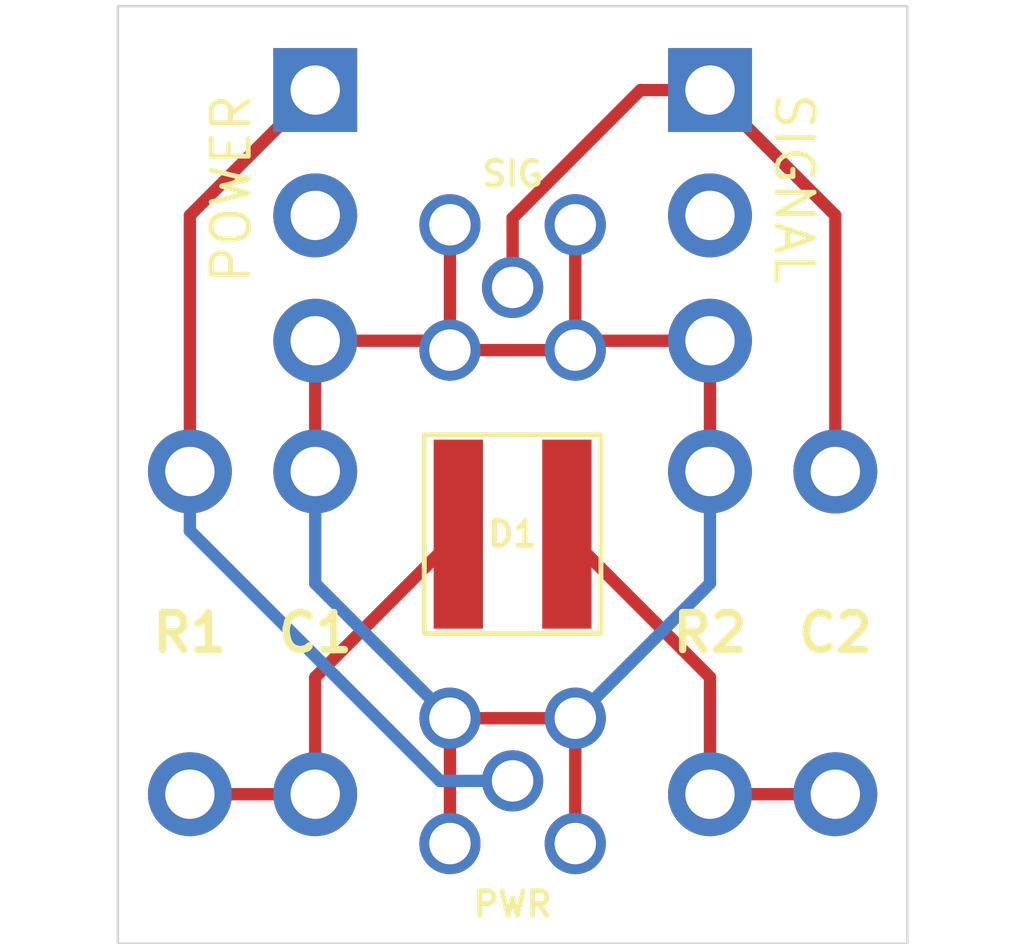
<source format=kicad_pcb>
(kicad_pcb (version 20240108) (generator "pcbnew") (generator_version "8.0")
  (layers (0 "F.Cu" signal) (31 "B.Cu" signal) (34 "B.Paste" user) (35 "F.Paste" user) (36 "B.SilkS" user "B.Silkscreen") (37 "F.SilkS" user "F.Silkscreen") (38 "B.Mask" user) (39 "F.Mask" user) (44 "Edge.Cuts" user))
  (net 0 "")
  (net 1 "GND")
  (net 2 "Net-(C1-+)")
  (net 3 "Net-(C2-+)")
  (net 4 "SIG")
  (net 5 "HV+")
  (footprint "Connector_Coaxial:MMCX_Molex_73415-1471_Vertical" (layer "F.Cu") (at 150 105)
    (property "Reference" "J-PWR-2" (hide yes))
    (property "Value" "Conn_01x02_Pin" (hide yes))
    (pad "1" thru_hole circle (at 0 0) (size 1.24 1.24) (drill 0.84) (layers "*.Cu" "*.Mask" "In1.Cu" "In2.Cu" "In3.Cu" "In4.Cu" "In5.Cu" "In6.Cu" "In7.Cu" "In8.Cu" "In9.Cu" "In10.Cu" "In11.Cu" "In12.Cu" "In13.Cu" "In14.Cu" "In15.Cu" "In16.Cu" "In17.Cu" "In18.Cu" "In19.Cu" "In20.Cu" "In21.Cu" "In22.Cu" "In23.Cu" "In24.Cu" "In25.Cu" "In26.Cu" "In27.Cu" "In28.Cu" "In29.Cu" "In30.Cu") (net 5 "HV+"))
    (pad "2" thru_hole circle (at -1.27 -1.27) (size 1.24 1.24) (drill 0.84) (layers "*.Cu" "*.Mask" "In1.Cu" "In2.Cu" "In3.Cu" "In4.Cu" "In5.Cu" "In6.Cu" "In7.Cu" "In8.Cu" "In9.Cu" "In10.Cu" "In11.Cu" "In12.Cu" "In13.Cu" "In14.Cu" "In15.Cu" "In16.Cu" "In17.Cu" "In18.Cu" "In19.Cu" "In20.Cu" "In21.Cu" "In22.Cu" "In23.Cu" "In24.Cu" "In25.Cu" "In26.Cu" "In27.Cu" "In28.Cu" "In29.Cu" "In30.Cu") (net 1 "GND"))
    (pad "2" thru_hole circle (at -1.27 1.27) (size 1.24 1.24) (drill 0.84) (layers "*.Cu" "*.Mask" "In1.Cu" "In2.Cu" "In3.Cu" "In4.Cu" "In5.Cu" "In6.Cu" "In7.Cu" "In8.Cu" "In9.Cu" "In10.Cu" "In11.Cu" "In12.Cu" "In13.Cu" "In14.Cu" "In15.Cu" "In16.Cu" "In17.Cu" "In18.Cu" "In19.Cu" "In20.Cu" "In21.Cu" "In22.Cu" "In23.Cu" "In24.Cu" "In25.Cu" "In26.Cu" "In27.Cu" "In28.Cu" "In29.Cu" "In30.Cu") (net 1 "GND"))
    (pad "2" thru_hole circle (at 1.27 -1.27) (size 1.24 1.24) (drill 0.84) (layers "*.Cu" "*.Mask" "In1.Cu" "In2.Cu" "In3.Cu" "In4.Cu" "In5.Cu" "In6.Cu" "In7.Cu" "In8.Cu" "In9.Cu" "In10.Cu" "In11.Cu" "In12.Cu" "In13.Cu" "In14.Cu" "In15.Cu" "In16.Cu" "In17.Cu" "In18.Cu" "In19.Cu" "In20.Cu" "In21.Cu" "In22.Cu" "In23.Cu" "In24.Cu" "In25.Cu" "In26.Cu" "In27.Cu" "In28.Cu" "In29.Cu" "In30.Cu") (net 1 "GND"))
    (pad "2" thru_hole circle (at 1.27 1.27) (size 1.24 1.24) (drill 0.84) (layers "*.Cu" "*.Mask" "In1.Cu" "In2.Cu" "In3.Cu" "In4.Cu" "In5.Cu" "In6.Cu" "In7.Cu" "In8.Cu" "In9.Cu" "In10.Cu" "In11.Cu" "In12.Cu" "In13.Cu" "In14.Cu" "In15.Cu" "In16.Cu" "In17.Cu" "In18.Cu" "In19.Cu" "In20.Cu" "In21.Cu" "In22.Cu" "In23.Cu" "In24.Cu" "In25.Cu" "In26.Cu" "In27.Cu" "In28.Cu" "In29.Cu" "In30.Cu") (net 1 "GND"))
  )
  (footprint "Connector_PinHeader_2.54mm:PinHeader_1x03_P2.54mm_Vertical" (layer "F.Cu") (at 154 91)
    (property "Reference" "J-SIG1" (hide yes))
    (property "Value" "Conn_01x03_Pin" (hide yes))
    (pad "1" thru_hole rect (at 0 0) (size 1.7 1.7) (drill 1) (layers "*.Cu" "*.Mask" "In1.Cu" "In2.Cu" "In3.Cu" "In4.Cu" "In5.Cu" "In6.Cu" "In7.Cu" "In8.Cu" "In9.Cu" "In10.Cu" "In11.Cu" "In12.Cu" "In13.Cu" "In14.Cu" "In15.Cu" "In16.Cu" "In17.Cu" "In18.Cu" "In19.Cu" "In20.Cu" "In21.Cu" "In22.Cu" "In23.Cu" "In24.Cu" "In25.Cu" "In26.Cu" "In27.Cu" "In28.Cu" "In29.Cu" "In30.Cu") (net 4 "SIG"))
    (pad "2" thru_hole oval (at 0 2.54) (size 1.7 1.7) (drill 1) (layers "*.Cu" "*.Mask" "In1.Cu" "In2.Cu" "In3.Cu" "In4.Cu" "In5.Cu" "In6.Cu" "In7.Cu" "In8.Cu" "In9.Cu" "In10.Cu" "In11.Cu" "In12.Cu" "In13.Cu" "In14.Cu" "In15.Cu" "In16.Cu" "In17.Cu" "In18.Cu" "In19.Cu" "In20.Cu" "In21.Cu" "In22.Cu" "In23.Cu" "In24.Cu" "In25.Cu" "In26.Cu" "In27.Cu" "In28.Cu" "In29.Cu" "In30.Cu"))
    (pad "3" thru_hole oval (at 0 5.08) (size 1.7 1.7) (drill 1) (layers "*.Cu" "*.Mask" "In1.Cu" "In2.Cu" "In3.Cu" "In4.Cu" "In5.Cu" "In6.Cu" "In7.Cu" "In8.Cu" "In9.Cu" "In10.Cu" "In11.Cu" "In12.Cu" "In13.Cu" "In14.Cu" "In15.Cu" "In16.Cu" "In17.Cu" "In18.Cu" "In19.Cu" "In20.Cu" "In21.Cu" "In22.Cu" "In23.Cu" "In24.Cu" "In25.Cu" "In26.Cu" "In27.Cu" "In28.Cu" "In29.Cu" "In30.Cu") (net 1 "GND"))
  )
  (footprint "SiPM-FBK:ASD-RGB3S-P-40" (layer "F.Cu") (at 150 100)
    (property "Reference" "D1" (at 0 0 0) (layer "F.SilkS") (effects (font (size 0.5 0.5) (thickness 0.1))))
    (property "Value" "~")
    (fp_rect (start -1.79 -2.015) (end 1.79 2.015) (stroke (width 0.1)) (fill none) (layer "F.SilkS"))
    (pad "1" smd rect (at -1.1 0) (size 1 3.83) (layers "F.Cu" "F.Paste" "F.Mask") (net 2 "Net-(C1-+)"))
    (pad "2" smd rect (at 1.1 0) (size 1 3.83) (layers "F.Cu" "F.Paste" "F.Mask") (net 3 "Net-(C2-+)"))
  )
  (footprint "Custom_ThroughHole:PinHeader_1x04_P2.54mm_Vertical_Spaced_Mini" (layer "F.Cu") (at 146 102 180)
    (property "Reference" "C1" (at 0 0 0) (layer "F.SilkS") (effects (font (size 0.75 0.75))))
    (property "Value" "C")
    (pad "1" thru_hole oval (at 0 -3.27 180) (size 1.7 1.7) (drill 1) (layers "*.Cu" "*.Mask" "In1.Cu" "In2.Cu" "In3.Cu" "In4.Cu" "In5.Cu" "In6.Cu" "In7.Cu" "In8.Cu" "In9.Cu" "In10.Cu" "In11.Cu" "In12.Cu" "In13.Cu" "In14.Cu" "In15.Cu" "In16.Cu" "In17.Cu" "In18.Cu" "In19.Cu" "In20.Cu" "In21.Cu" "In22.Cu" "In23.Cu" "In24.Cu" "In25.Cu" "In26.Cu" "In27.Cu" "In28.Cu" "In29.Cu" "In30.Cu") (net 2 "Net-(C1-+)"))
    (pad "2" thru_hole oval (at 0 3.27 180) (size 1.7 1.7) (drill 1) (layers "*.Cu" "*.Mask" "In1.Cu" "In2.Cu" "In3.Cu" "In4.Cu" "In5.Cu" "In6.Cu" "In7.Cu" "In8.Cu" "In9.Cu" "In10.Cu" "In11.Cu" "In12.Cu" "In13.Cu" "In14.Cu" "In15.Cu" "In16.Cu" "In17.Cu" "In18.Cu" "In19.Cu" "In20.Cu" "In21.Cu" "In22.Cu" "In23.Cu" "In24.Cu" "In25.Cu" "In26.Cu" "In27.Cu" "In28.Cu" "In29.Cu" "In30.Cu") (net 1 "GND"))
  )
  (footprint "Custom_ThroughHole:PinHeader_1x04_P2.54mm_Vertical_Spaced_Mini" (layer "F.Cu") (at 143.46 102)
    (property "Reference" "R1" (at 0 0 180) (layer "F.SilkS") (effects (font (size 0.75 0.75))))
    (property "Value" "R")
    (pad "1" thru_hole oval (at 0 -3.27) (size 1.7 1.7) (drill 1) (layers "*.Cu" "*.Mask" "In1.Cu" "In2.Cu" "In3.Cu" "In4.Cu" "In5.Cu" "In6.Cu" "In7.Cu" "In8.Cu" "In9.Cu" "In10.Cu" "In11.Cu" "In12.Cu" "In13.Cu" "In14.Cu" "In15.Cu" "In16.Cu" "In17.Cu" "In18.Cu" "In19.Cu" "In20.Cu" "In21.Cu" "In22.Cu" "In23.Cu" "In24.Cu" "In25.Cu" "In26.Cu" "In27.Cu" "In28.Cu" "In29.Cu" "In30.Cu") (net 5 "HV+"))
    (pad "2" thru_hole oval (at 0 3.27) (size 1.7 1.7) (drill 1) (layers "*.Cu" "*.Mask" "In1.Cu" "In2.Cu" "In3.Cu" "In4.Cu" "In5.Cu" "In6.Cu" "In7.Cu" "In8.Cu" "In9.Cu" "In10.Cu" "In11.Cu" "In12.Cu" "In13.Cu" "In14.Cu" "In15.Cu" "In16.Cu" "In17.Cu" "In18.Cu" "In19.Cu" "In20.Cu" "In21.Cu" "In22.Cu" "In23.Cu" "In24.Cu" "In25.Cu" "In26.Cu" "In27.Cu" "In28.Cu" "In29.Cu" "In30.Cu") (net 2 "Net-(C1-+)"))
  )
  (footprint "Connector_PinHeader_2.54mm:PinHeader_1x03_P2.54mm_Vertical" (layer "F.Cu") (at 146 91)
    (property "Reference" "J-PWR1" (hide yes))
    (property "Value" "Conn_01x03_Pin" (hide yes))
    (pad "1" thru_hole rect (at 0 0) (size 1.7 1.7) (drill 1) (layers "*.Cu" "*.Mask" "In1.Cu" "In2.Cu" "In3.Cu" "In4.Cu" "In5.Cu" "In6.Cu" "In7.Cu" "In8.Cu" "In9.Cu" "In10.Cu" "In11.Cu" "In12.Cu" "In13.Cu" "In14.Cu" "In15.Cu" "In16.Cu" "In17.Cu" "In18.Cu" "In19.Cu" "In20.Cu" "In21.Cu" "In22.Cu" "In23.Cu" "In24.Cu" "In25.Cu" "In26.Cu" "In27.Cu" "In28.Cu" "In29.Cu" "In30.Cu") (net 5 "HV+"))
    (pad "2" thru_hole oval (at 0 2.54) (size 1.7 1.7) (drill 1) (layers "*.Cu" "*.Mask" "In1.Cu" "In2.Cu" "In3.Cu" "In4.Cu" "In5.Cu" "In6.Cu" "In7.Cu" "In8.Cu" "In9.Cu" "In10.Cu" "In11.Cu" "In12.Cu" "In13.Cu" "In14.Cu" "In15.Cu" "In16.Cu" "In17.Cu" "In18.Cu" "In19.Cu" "In20.Cu" "In21.Cu" "In22.Cu" "In23.Cu" "In24.Cu" "In25.Cu" "In26.Cu" "In27.Cu" "In28.Cu" "In29.Cu" "In30.Cu"))
    (pad "3" thru_hole oval (at 0 5.08) (size 1.7 1.7) (drill 1) (layers "*.Cu" "*.Mask" "In1.Cu" "In2.Cu" "In3.Cu" "In4.Cu" "In5.Cu" "In6.Cu" "In7.Cu" "In8.Cu" "In9.Cu" "In10.Cu" "In11.Cu" "In12.Cu" "In13.Cu" "In14.Cu" "In15.Cu" "In16.Cu" "In17.Cu" "In18.Cu" "In19.Cu" "In20.Cu" "In21.Cu" "In22.Cu" "In23.Cu" "In24.Cu" "In25.Cu" "In26.Cu" "In27.Cu" "In28.Cu" "In29.Cu" "In30.Cu") (net 1 "GND"))
  )
  (footprint "Custom_ThroughHole:PinHeader_1x04_P2.54mm_Vertical_Spaced_Mini" (layer "F.Cu") (at 154 102 180)
    (property "Reference" "R2" (at 0 0 180) (layer "F.SilkS") (effects (font (size 0.75 0.75))))
    (property "Value" "R")
    (pad "1" thru_hole oval (at 0 -3.27 180) (size 1.7 1.7) (drill 1) (layers "*.Cu" "*.Mask" "In1.Cu" "In2.Cu" "In3.Cu" "In4.Cu" "In5.Cu" "In6.Cu" "In7.Cu" "In8.Cu" "In9.Cu" "In10.Cu" "In11.Cu" "In12.Cu" "In13.Cu" "In14.Cu" "In15.Cu" "In16.Cu" "In17.Cu" "In18.Cu" "In19.Cu" "In20.Cu" "In21.Cu" "In22.Cu" "In23.Cu" "In24.Cu" "In25.Cu" "In26.Cu" "In27.Cu" "In28.Cu" "In29.Cu" "In30.Cu") (net 3 "Net-(C2-+)"))
    (pad "2" thru_hole oval (at 0 3.27 180) (size 1.7 1.7) (drill 1) (layers "*.Cu" "*.Mask" "In1.Cu" "In2.Cu" "In3.Cu" "In4.Cu" "In5.Cu" "In6.Cu" "In7.Cu" "In8.Cu" "In9.Cu" "In10.Cu" "In11.Cu" "In12.Cu" "In13.Cu" "In14.Cu" "In15.Cu" "In16.Cu" "In17.Cu" "In18.Cu" "In19.Cu" "In20.Cu" "In21.Cu" "In22.Cu" "In23.Cu" "In24.Cu" "In25.Cu" "In26.Cu" "In27.Cu" "In28.Cu" "In29.Cu" "In30.Cu") (net 1 "GND"))
  )
  (footprint "Connector_Coaxial:MMCX_Molex_73415-1471_Vertical" (layer "F.Cu") (at 150 95)
    (property "Reference" "J-SIG-2" (hide yes))
    (property "Value" "Conn_01x02_Pin" (hide yes))
    (pad "1" thru_hole circle (at 0 0) (size 1.24 1.24) (drill 0.84) (layers "*.Cu" "*.Mask" "In1.Cu" "In2.Cu" "In3.Cu" "In4.Cu" "In5.Cu" "In6.Cu" "In7.Cu" "In8.Cu" "In9.Cu" "In10.Cu" "In11.Cu" "In12.Cu" "In13.Cu" "In14.Cu" "In15.Cu" "In16.Cu" "In17.Cu" "In18.Cu" "In19.Cu" "In20.Cu" "In21.Cu" "In22.Cu" "In23.Cu" "In24.Cu" "In25.Cu" "In26.Cu" "In27.Cu" "In28.Cu" "In29.Cu" "In30.Cu") (net 4 "SIG"))
    (pad "2" thru_hole circle (at -1.27 -1.27) (size 1.24 1.24) (drill 0.84) (layers "*.Cu" "*.Mask" "In1.Cu" "In2.Cu" "In3.Cu" "In4.Cu" "In5.Cu" "In6.Cu" "In7.Cu" "In8.Cu" "In9.Cu" "In10.Cu" "In11.Cu" "In12.Cu" "In13.Cu" "In14.Cu" "In15.Cu" "In16.Cu" "In17.Cu" "In18.Cu" "In19.Cu" "In20.Cu" "In21.Cu" "In22.Cu" "In23.Cu" "In24.Cu" "In25.Cu" "In26.Cu" "In27.Cu" "In28.Cu" "In29.Cu" "In30.Cu") (net 1 "GND"))
    (pad "2" thru_hole circle (at -1.27 1.27) (size 1.24 1.24) (drill 0.84) (layers "*.Cu" "*.Mask" "In1.Cu" "In2.Cu" "In3.Cu" "In4.Cu" "In5.Cu" "In6.Cu" "In7.Cu" "In8.Cu" "In9.Cu" "In10.Cu" "In11.Cu" "In12.Cu" "In13.Cu" "In14.Cu" "In15.Cu" "In16.Cu" "In17.Cu" "In18.Cu" "In19.Cu" "In20.Cu" "In21.Cu" "In22.Cu" "In23.Cu" "In24.Cu" "In25.Cu" "In26.Cu" "In27.Cu" "In28.Cu" "In29.Cu" "In30.Cu") (net 1 "GND"))
    (pad "2" thru_hole circle (at 1.27 -1.27) (size 1.24 1.24) (drill 0.84) (layers "*.Cu" "*.Mask" "In1.Cu" "In2.Cu" "In3.Cu" "In4.Cu" "In5.Cu" "In6.Cu" "In7.Cu" "In8.Cu" "In9.Cu" "In10.Cu" "In11.Cu" "In12.Cu" "In13.Cu" "In14.Cu" "In15.Cu" "In16.Cu" "In17.Cu" "In18.Cu" "In19.Cu" "In20.Cu" "In21.Cu" "In22.Cu" "In23.Cu" "In24.Cu" "In25.Cu" "In26.Cu" "In27.Cu" "In28.Cu" "In29.Cu" "In30.Cu") (net 1 "GND"))
    (pad "2" thru_hole circle (at 1.27 1.27) (size 1.24 1.24) (drill 0.84) (layers "*.Cu" "*.Mask" "In1.Cu" "In2.Cu" "In3.Cu" "In4.Cu" "In5.Cu" "In6.Cu" "In7.Cu" "In8.Cu" "In9.Cu" "In10.Cu" "In11.Cu" "In12.Cu" "In13.Cu" "In14.Cu" "In15.Cu" "In16.Cu" "In17.Cu" "In18.Cu" "In19.Cu" "In20.Cu" "In21.Cu" "In22.Cu" "In23.Cu" "In24.Cu" "In25.Cu" "In26.Cu" "In27.Cu" "In28.Cu" "In29.Cu" "In30.Cu") (net 1 "GND"))
  )
  (footprint "Custom_ThroughHole:PinHeader_1x04_P2.54mm_Vertical_Spaced_Mini" (layer "F.Cu") (at 156.54 102 180)
    (property "Reference" "C2" (at 0 0 0) (layer "F.SilkS") (effects (font (size 0.75 0.75))))
    (property "Value" "C")
    (pad "1" thru_hole oval (at 0 -3.27 180) (size 1.7 1.7) (drill 1) (layers "*.Cu" "*.Mask" "In1.Cu" "In2.Cu" "In3.Cu" "In4.Cu" "In5.Cu" "In6.Cu" "In7.Cu" "In8.Cu" "In9.Cu" "In10.Cu" "In11.Cu" "In12.Cu" "In13.Cu" "In14.Cu" "In15.Cu" "In16.Cu" "In17.Cu" "In18.Cu" "In19.Cu" "In20.Cu" "In21.Cu" "In22.Cu" "In23.Cu" "In24.Cu" "In25.Cu" "In26.Cu" "In27.Cu" "In28.Cu" "In29.Cu" "In30.Cu") (net 3 "Net-(C2-+)"))
    (pad "2" thru_hole oval (at 0 3.27 180) (size 1.7 1.7) (drill 1) (layers "*.Cu" "*.Mask" "In1.Cu" "In2.Cu" "In3.Cu" "In4.Cu" "In5.Cu" "In6.Cu" "In7.Cu" "In8.Cu" "In9.Cu" "In10.Cu" "In11.Cu" "In12.Cu" "In13.Cu" "In14.Cu" "In15.Cu" "In16.Cu" "In17.Cu" "In18.Cu" "In19.Cu" "In20.Cu" "In21.Cu" "In22.Cu" "In23.Cu" "In24.Cu" "In25.Cu" "In26.Cu" "In27.Cu" "In28.Cu" "In29.Cu" "In30.Cu") (net 4 "SIG"))
  )
  (gr_rect (start 142 89.3) (end 158 108.3) (stroke (width 0.05)) (fill none) (layer "Edge.Cuts"))
  (gr_text "POWER" (at 144.3 93 90) (layer "F.SilkS") (effects (font (size 0.75 0.75) (thickness 0.1))))
  (gr_text "SIGNAL" (at 155.7 93 -90) (layer "F.SilkS") (effects (font (size 0.75 0.75) (thickness 0.1))))
  (gr_text "SIG" (at 150 92.7 0) (layer "F.SilkS") (effects (font (size 0.5 0.5) (thickness 0.1))))
  (gr_text "PWR" (at 150 107.5 0) (layer "F.SilkS") (effects (font (size 0.5 0.5) (thickness 0.1))))
  (segment (start 146 98.73) (end 146 96.08) (width 0.25) (layer "F.Cu") (net 1))
  (segment (start 151.27 93.73) (end 151.27 96.27) (width 0.25) (layer "F.Cu") (net 1))
  (segment (start 148.73 103.73) (end 151.27 103.73) (width 0.25) (layer "F.Cu") (net 1))
  (segment (start 148.54 96.08) (end 148.73 96.27) (width 0.25) (layer "F.Cu") (net 1))
  (segment (start 154 96.08) (end 151.46 96.08) (width 0.25) (layer "F.Cu") (net 1))
  (segment (start 148.73 93.73) (end 148.73 96.27) (width 0.25) (layer "F.Cu") (net 1))
  (segment (start 154 98.73) (end 154 96.08) (width 0.25) (layer "F.Cu") (net 1))
  (segment (start 151.27 103.73) (end 151.27 106.27) (width 0.25) (layer "F.Cu") (net 1))
  (segment (start 148.73 96.27) (end 151.27 96.27) (width 0.25) (layer "F.Cu") (net 1))
  (segment (start 151.46 96.08) (end 151.27 96.27) (width 0.25) (layer "F.Cu") (net 1))
  (segment (start 148.73 103.73) (end 148.73 106.27) (width 0.25) (layer "F.Cu") (net 1))
  (segment (start 146 96.08) (end 148.54 96.08) (width 0.25) (layer "F.Cu") (net 1))
  (segment (start 146 101) (end 146 98.73) (width 0.25) (layer "B.Cu") (net 1))
  (segment (start 151.27 103.73) (end 154 101) (width 0.25) (layer "B.Cu") (net 1))
  (segment (start 148.73 103.73) (end 146 101) (width 0.25) (layer "B.Cu") (net 1))
  (segment (start 154 101) (end 154 98.73) (width 0.25) (layer "B.Cu") (net 1))
  (segment (start 146 102.9) (end 146 105.27) (width 0.25) (layer "F.Cu") (net 2))
  (segment (start 143.46 105.27) (end 146 105.27) (width 0.25) (layer "F.Cu") (net 2))
  (segment (start 148.9 100) (end 146 102.9) (width 0.25) (layer "F.Cu") (net 2))
  (segment (start 154 102.9) (end 154 105.27) (width 0.25) (layer "F.Cu") (net 3))
  (segment (start 151.1 100) (end 154 102.9) (width 0.25) (layer "F.Cu") (net 3))
  (segment (start 154 105.27) (end 156.54 105.27) (width 0.25) (layer "F.Cu") (net 3))
  (segment (start 152.592857 91) (end 154 91) (width 0.25) (layer "F.Cu") (net 4))
  (segment (start 150 93.592857) (end 152.592857 91) (width 0.25) (layer "F.Cu") (net 4))
  (segment (start 156.54 93.54) (end 154 91) (width 0.25) (layer "F.Cu") (net 4))
  (segment (start 150 95) (end 150 93.592857) (width 0.25) (layer "F.Cu") (net 4))
  (segment (start 156.54 98.73) (end 156.54 93.54) (width 0.25) (layer "F.Cu") (net 4))
  (segment (start 143.46 93.54) (end 146 91) (width 0.25) (layer "F.Cu") (net 5))
  (segment (start 143.46 98.73) (end 143.46 93.54) (width 0.25) (layer "F.Cu") (net 5))
  (segment (start 148.527919 105) (end 150 105) (width 0.25) (layer "B.Cu") (net 5))
  (segment (start 143.46 98.73) (end 143.46 99.932081) (width 0.25) (layer "B.Cu") (net 5))
  (segment (start 143.46 99.932081) (end 148.527919 105) (width 0.25) (layer "B.Cu") (net 5))
)
</source>
